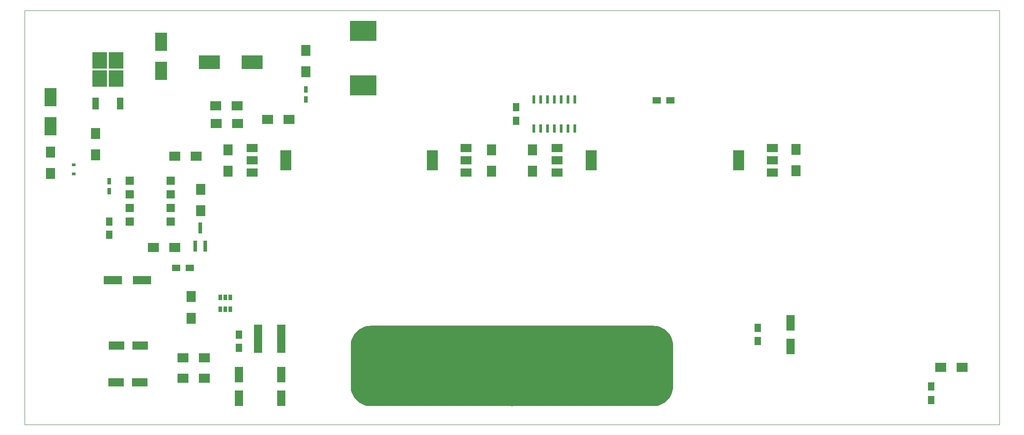
<source format=gbr>
%TF.GenerationSoftware,KiCad,Pcbnew,5.0.2-bee76a0~70~ubuntu18.10.1*%
%TF.CreationDate,2019-11-25T23:14:33+01:00*%
%TF.ProjectId,NixieNTPClock,4e697869-654e-4545-9043-6c6f636b2e6b,rev?*%
%TF.SameCoordinates,Original*%
%TF.FileFunction,Paste,Top*%
%TF.FilePolarity,Positive*%
%FSLAX46Y46*%
G04 Gerber Fmt 4.6, Leading zero omitted, Abs format (unit mm)*
G04 Created by KiCad (PCBNEW 5.0.2-bee76a0~70~ubuntu18.10.1) date lun. 25 nov. 2019 23:14:33 CET*
%MOMM*%
%LPD*%
G01*
G04 APERTURE LIST*
%ADD10C,0.050000*%
%ADD11R,2.300000X3.500000*%
%ADD12R,1.700000X2.000000*%
%ADD13R,0.800000X0.600000*%
%ADD14R,3.000000X1.600000*%
%ADD15R,4.000000X2.500000*%
%ADD16R,1.250000X1.500000*%
%ADD17R,0.750000X1.200000*%
%ADD18R,1.500000X1.250000*%
%ADD19R,2.000000X1.700000*%
%ADD20R,1.600000X1.600000*%
%ADD21R,0.700000X2.000000*%
%ADD22R,3.500000X1.600000*%
%ADD23R,1.600000X3.000000*%
%ADD24R,5.000000X3.850000*%
%ADD25R,1.501140X5.300980*%
%ADD26R,2.750000X3.050000*%
%ADD27R,1.200000X2.200000*%
%ADD28R,2.000000X1.500000*%
%ADD29R,2.000000X3.800000*%
%ADD30C,0.100000*%
%ADD31C,15.000000*%
%ADD32R,0.600000X1.500000*%
%ADD33R,0.650000X1.060000*%
G04 APERTURE END LIST*
D10*
X61722000Y-124460000D02*
X61722000Y-47244000D01*
X243078000Y-124460000D02*
X61722000Y-124460000D01*
X243078000Y-47244000D02*
X243078000Y-124460000D01*
X61722000Y-47244000D02*
X243078000Y-47244000D01*
D11*
X66548000Y-63434000D03*
X66548000Y-68834000D03*
D12*
X66548000Y-73660000D03*
X66548000Y-77660000D03*
D13*
X70866000Y-77724000D03*
X70866000Y-76024000D03*
D14*
X83226000Y-109728000D03*
X78826000Y-109728000D03*
X78740000Y-116586000D03*
X83140000Y-116586000D03*
D15*
X104076000Y-56896000D03*
X96076000Y-56896000D03*
D16*
X77470000Y-89114000D03*
X77470000Y-86614000D03*
D17*
X77470000Y-80960000D03*
X77470000Y-79060000D03*
D18*
X92456000Y-95250000D03*
X89956000Y-95250000D03*
D19*
X93662000Y-74422000D03*
X89662000Y-74422000D03*
X85662000Y-91440000D03*
X89662000Y-91440000D03*
D20*
X88900000Y-78994000D03*
X81280000Y-86614000D03*
X88900000Y-81534000D03*
X81280000Y-84074000D03*
X88900000Y-84074000D03*
X81280000Y-81534000D03*
X88900000Y-86614000D03*
X81280000Y-78994000D03*
D21*
X94422000Y-87786000D03*
X95372000Y-91186000D03*
X93472000Y-91186000D03*
D22*
X78166000Y-97536000D03*
X83566000Y-97536000D03*
D12*
X94488000Y-84582000D03*
X94488000Y-80582000D03*
D16*
X153162000Y-65298000D03*
X153162000Y-67798000D03*
D17*
X114046000Y-61976000D03*
X114046000Y-63876000D03*
D16*
X101600000Y-110196000D03*
X101600000Y-107696000D03*
D23*
X109474000Y-115148000D03*
X109474000Y-119548000D03*
X101600000Y-119548000D03*
X101600000Y-115148000D03*
D16*
X230378000Y-119888000D03*
X230378000Y-117388000D03*
D23*
X204216000Y-105496000D03*
X204216000Y-109896000D03*
D16*
X198120000Y-106426000D03*
X198120000Y-108926000D03*
D18*
X179364000Y-64008000D03*
X181864000Y-64008000D03*
D11*
X87122000Y-53086000D03*
X87122000Y-58486000D03*
D24*
X124714000Y-51059000D03*
X124714000Y-61209000D03*
D25*
X109474000Y-108458000D03*
X105156000Y-108458000D03*
D26*
X78740000Y-59944000D03*
X75690000Y-56594000D03*
X75690000Y-59944000D03*
X78740000Y-56594000D03*
D27*
X79495000Y-64569000D03*
X74935000Y-64569000D03*
D28*
X104038000Y-72884000D03*
X104038000Y-77484000D03*
X104038000Y-75184000D03*
D29*
X110338000Y-75184000D03*
X137566000Y-75184000D03*
D28*
X143866000Y-75184000D03*
X143866000Y-72884000D03*
X143866000Y-77484000D03*
D29*
X167132000Y-75184000D03*
D28*
X160832000Y-75184000D03*
X160832000Y-77484000D03*
X160832000Y-72884000D03*
X200864000Y-77484000D03*
X200864000Y-72884000D03*
X200864000Y-75184000D03*
D29*
X194564000Y-75184000D03*
D12*
X114046000Y-58674000D03*
X114046000Y-54674000D03*
X74930000Y-74168000D03*
X74930000Y-70168000D03*
D19*
X97282000Y-65024000D03*
X101282000Y-65024000D03*
X97346000Y-68326000D03*
X101346000Y-68326000D03*
X106934000Y-67564000D03*
X110934000Y-67564000D03*
D12*
X92710000Y-100616000D03*
X92710000Y-104616000D03*
D19*
X95186999Y-115866999D03*
X91186999Y-115866999D03*
X91186000Y-112014000D03*
X95186000Y-112014000D03*
D12*
X99568000Y-73216000D03*
X99568000Y-77216000D03*
X148590000Y-77216000D03*
X148590000Y-73216000D03*
D19*
X232156000Y-113792000D03*
X236156000Y-113792000D03*
D12*
X156210000Y-77216000D03*
X156210000Y-73216000D03*
X205232000Y-73152000D03*
X205232000Y-77152000D03*
D30*
G36*
X179017564Y-106056057D02*
X179381589Y-106110055D01*
X179738568Y-106199474D01*
X180085063Y-106323452D01*
X180417738Y-106480795D01*
X180733388Y-106669989D01*
X181028975Y-106889211D01*
X181301650Y-107136350D01*
X181548789Y-107409025D01*
X181768011Y-107704612D01*
X181957205Y-108020262D01*
X182114548Y-108352937D01*
X182238526Y-108699432D01*
X182327945Y-109056411D01*
X182381943Y-109420436D01*
X182400000Y-109788000D01*
X182400000Y-117288000D01*
X182381943Y-117655564D01*
X182327945Y-118019589D01*
X182238526Y-118376568D01*
X182114548Y-118723063D01*
X181957205Y-119055738D01*
X181768011Y-119371388D01*
X181548789Y-119666975D01*
X181301650Y-119939650D01*
X181028975Y-120186789D01*
X180733388Y-120406011D01*
X180417738Y-120595205D01*
X180085063Y-120752548D01*
X179738568Y-120876526D01*
X179381589Y-120965945D01*
X179017564Y-121019943D01*
X178650000Y-121038000D01*
X126150000Y-121038000D01*
X125782436Y-121019943D01*
X125418411Y-120965945D01*
X125061432Y-120876526D01*
X124714937Y-120752548D01*
X124382262Y-120595205D01*
X124066612Y-120406011D01*
X123771025Y-120186789D01*
X123498350Y-119939650D01*
X123251211Y-119666975D01*
X123031989Y-119371388D01*
X122842795Y-119055738D01*
X122685452Y-118723063D01*
X122561474Y-118376568D01*
X122472055Y-118019589D01*
X122418057Y-117655564D01*
X122400000Y-117288000D01*
X122400000Y-109788000D01*
X122418057Y-109420436D01*
X122472055Y-109056411D01*
X122561474Y-108699432D01*
X122685452Y-108352937D01*
X122842795Y-108020262D01*
X123031989Y-107704612D01*
X123251211Y-107409025D01*
X123498350Y-107136350D01*
X123771025Y-106889211D01*
X124066612Y-106669989D01*
X124382262Y-106480795D01*
X124714937Y-106323452D01*
X125061432Y-106199474D01*
X125418411Y-106110055D01*
X125782436Y-106056057D01*
X126150000Y-106038000D01*
X178650000Y-106038000D01*
X179017564Y-106056057D01*
X179017564Y-106056057D01*
G37*
D31*
X152400000Y-113538000D03*
D32*
X156464000Y-63848000D03*
X157734000Y-63848000D03*
X159004000Y-63848000D03*
X160274000Y-63848000D03*
X161544000Y-63848000D03*
X162814000Y-63848000D03*
X164084000Y-63848000D03*
X164084000Y-69248000D03*
X162814000Y-69248000D03*
X161544000Y-69248000D03*
X160274000Y-69248000D03*
X159004000Y-69248000D03*
X157734000Y-69248000D03*
X156464000Y-69248000D03*
D33*
X99060000Y-102954000D03*
X100010000Y-102954000D03*
X98110000Y-102954000D03*
X98110000Y-100754000D03*
X99060000Y-100754000D03*
X100010000Y-100754000D03*
M02*

</source>
